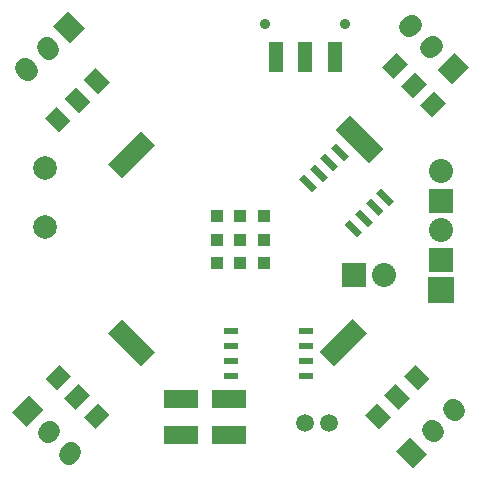
<source format=gbr>
G04 #@! TF.FileFunction,Soldermask,Bot*
%FSLAX46Y46*%
G04 Gerber Fmt 4.6, Leading zero omitted, Abs format (unit mm)*
G04 Created by KiCad (PCBNEW (2014-12-04 BZR 5312)-product) date 8/23/2015 4:43:04 PM*
%MOMM*%
G01*
G04 APERTURE LIST*
%ADD10C,0.100000*%
%ADD11R,2.032000X2.032000*%
%ADD12O,2.032000X2.032000*%
%ADD13R,1.200000X2.500000*%
%ADD14C,0.900000*%
%ADD15R,1.000000X1.000000*%
%ADD16C,1.727200*%
%ADD17R,2.235200X2.235200*%
%ADD18C,1.500000*%
%ADD19C,2.000000*%
%ADD20R,2.999740X1.501140*%
%ADD21R,1.143000X0.508000*%
G04 APERTURE END LIST*
D10*
G36*
X161565685Y-103828427D02*
X162767767Y-105030509D01*
X161777817Y-106020459D01*
X160575735Y-104818377D01*
X161565685Y-103828427D01*
X161565685Y-103828427D01*
G37*
G36*
X163192031Y-102202081D02*
X164394113Y-103404163D01*
X163404163Y-104394113D01*
X162202081Y-103192031D01*
X163192031Y-102202081D01*
X163192031Y-102202081D01*
G37*
G36*
X164818377Y-100575735D02*
X166020459Y-101777817D01*
X165030509Y-102767767D01*
X163828427Y-101565685D01*
X164818377Y-100575735D01*
X164818377Y-100575735D01*
G37*
G36*
X159515076Y-96686649D02*
X160717157Y-97888730D01*
X157888730Y-100717157D01*
X156686649Y-99515076D01*
X159515076Y-96686649D01*
X159515076Y-96686649D01*
G37*
D11*
X167000000Y-91750000D03*
D12*
X167000000Y-89210000D03*
D10*
G36*
X135671573Y-101565685D02*
X134469491Y-102767767D01*
X133479541Y-101777817D01*
X134681623Y-100575735D01*
X135671573Y-101565685D01*
X135671573Y-101565685D01*
G37*
G36*
X137297919Y-103192031D02*
X136095837Y-104394113D01*
X135105887Y-103404163D01*
X136307969Y-102202081D01*
X137297919Y-103192031D01*
X137297919Y-103192031D01*
G37*
G36*
X138924265Y-104818377D02*
X137722183Y-106020459D01*
X136732233Y-105030509D01*
X137934315Y-103828427D01*
X138924265Y-104818377D01*
X138924265Y-104818377D01*
G37*
G36*
X142813351Y-99515076D02*
X141611270Y-100717157D01*
X138782843Y-97888730D01*
X139984924Y-96686649D01*
X142813351Y-99515076D01*
X142813351Y-99515076D01*
G37*
G36*
X165228427Y-78634315D02*
X166430509Y-77432233D01*
X167420459Y-78422183D01*
X166218377Y-79624265D01*
X165228427Y-78634315D01*
X165228427Y-78634315D01*
G37*
G36*
X163602081Y-77007969D02*
X164804163Y-75805887D01*
X165794113Y-76795837D01*
X164592031Y-77997919D01*
X163602081Y-77007969D01*
X163602081Y-77007969D01*
G37*
G36*
X161975735Y-75381623D02*
X163177817Y-74179541D01*
X164167767Y-75169491D01*
X162965685Y-76371573D01*
X161975735Y-75381623D01*
X161975735Y-75381623D01*
G37*
G36*
X158086649Y-80684924D02*
X159288730Y-79482843D01*
X162117157Y-82311270D01*
X160915076Y-83513351D01*
X158086649Y-80684924D01*
X158086649Y-80684924D01*
G37*
G36*
X137934315Y-77671573D02*
X136732233Y-76469491D01*
X137722183Y-75479541D01*
X138924265Y-76681623D01*
X137934315Y-77671573D01*
X137934315Y-77671573D01*
G37*
G36*
X136307969Y-79297919D02*
X135105887Y-78095837D01*
X136095837Y-77105887D01*
X137297919Y-78307969D01*
X136307969Y-79297919D01*
X136307969Y-79297919D01*
G37*
G36*
X134681623Y-80924265D02*
X133479541Y-79722183D01*
X134469491Y-78732233D01*
X135671573Y-79934315D01*
X134681623Y-80924265D01*
X134681623Y-80924265D01*
G37*
G36*
X139984924Y-84813351D02*
X138782843Y-83611270D01*
X141611270Y-80782843D01*
X142813351Y-81984924D01*
X139984924Y-84813351D01*
X139984924Y-84813351D01*
G37*
D13*
X155500000Y-74500000D03*
X153000000Y-74500000D03*
X158000000Y-74500000D03*
D14*
X158900000Y-71750000D03*
X152100000Y-71750000D03*
D10*
G36*
X154983633Y-84901974D02*
X155407897Y-84477710D01*
X156503913Y-85573726D01*
X156079649Y-85997990D01*
X154983633Y-84901974D01*
X154983633Y-84901974D01*
G37*
G36*
X155881659Y-84003948D02*
X156305923Y-83579684D01*
X157401939Y-84675700D01*
X156977675Y-85099964D01*
X155881659Y-84003948D01*
X155881659Y-84003948D01*
G37*
G36*
X156779684Y-83105923D02*
X157203948Y-82681659D01*
X158299964Y-83777675D01*
X157875700Y-84201939D01*
X156779684Y-83105923D01*
X156779684Y-83105923D01*
G37*
G36*
X157677710Y-82207897D02*
X158101974Y-81783633D01*
X159197990Y-82879649D01*
X158773726Y-83303913D01*
X157677710Y-82207897D01*
X157677710Y-82207897D01*
G37*
G36*
X161496087Y-86026274D02*
X161920351Y-85602010D01*
X163016367Y-86698026D01*
X162592103Y-87122290D01*
X161496087Y-86026274D01*
X161496087Y-86026274D01*
G37*
G36*
X160598061Y-86924300D02*
X161022325Y-86500036D01*
X162118341Y-87596052D01*
X161694077Y-88020316D01*
X160598061Y-86924300D01*
X160598061Y-86924300D01*
G37*
G36*
X159700036Y-87822325D02*
X160124300Y-87398061D01*
X161220316Y-88494077D01*
X160796052Y-88918341D01*
X159700036Y-87822325D01*
X159700036Y-87822325D01*
G37*
G36*
X158802010Y-88720351D02*
X159226274Y-88296087D01*
X160322290Y-89392103D01*
X159898026Y-89816367D01*
X158802010Y-88720351D01*
X158802010Y-88720351D01*
G37*
D15*
X150000000Y-90000000D03*
X150000000Y-88000000D03*
X148000000Y-88000000D03*
X148000000Y-90000000D03*
X148000000Y-92000000D03*
X150000000Y-92000000D03*
X152000000Y-88000000D03*
X152000000Y-90000000D03*
X152000000Y-92000000D03*
D10*
G36*
X131892237Y-105829078D02*
X130670922Y-104607763D01*
X132107763Y-103170922D01*
X133329078Y-104392237D01*
X131892237Y-105829078D01*
X131892237Y-105829078D01*
G37*
D16*
X133688288Y-106403814D02*
X133903814Y-106188288D01*
X135484339Y-108199865D02*
X135699865Y-107984339D01*
D10*
G36*
X168107763Y-74170922D02*
X169329078Y-75392237D01*
X167892237Y-76829078D01*
X166670922Y-75607763D01*
X168107763Y-74170922D01*
X168107763Y-74170922D01*
G37*
D16*
X166311712Y-73596186D02*
X166096186Y-73811712D01*
X164515661Y-71800135D02*
X164300135Y-72015661D01*
D10*
G36*
X165829078Y-108107763D02*
X164607763Y-109329078D01*
X163170922Y-107892237D01*
X164392237Y-106670922D01*
X165829078Y-108107763D01*
X165829078Y-108107763D01*
G37*
D16*
X166403814Y-106311712D02*
X166188288Y-106096186D01*
X168199865Y-104515661D02*
X167984339Y-104300135D01*
D10*
G36*
X134170922Y-71892237D02*
X135392237Y-70670922D01*
X136829078Y-72107763D01*
X135607763Y-73329078D01*
X134170922Y-71892237D01*
X134170922Y-71892237D01*
G37*
D16*
X133596186Y-73688288D02*
X133811712Y-73903814D01*
X131800135Y-75484339D02*
X132015661Y-75699865D01*
D11*
X167000000Y-86750000D03*
D12*
X167000000Y-84210000D03*
D17*
X167000000Y-94250000D03*
D18*
X157500000Y-105500000D03*
X155500000Y-105500000D03*
D19*
X133500000Y-88900000D03*
X133500000Y-83900000D03*
D20*
X145001020Y-103500000D03*
X148998980Y-103500000D03*
X145001020Y-106500000D03*
X148998980Y-106500000D03*
D11*
X159600000Y-93000000D03*
D12*
X162140000Y-93000000D03*
D21*
X155575000Y-101505000D03*
X155575000Y-100235000D03*
X155575000Y-98965000D03*
X155575000Y-97695000D03*
X149225000Y-97695000D03*
X149225000Y-98965000D03*
X149225000Y-100235000D03*
X149225000Y-101505000D03*
M02*

</source>
